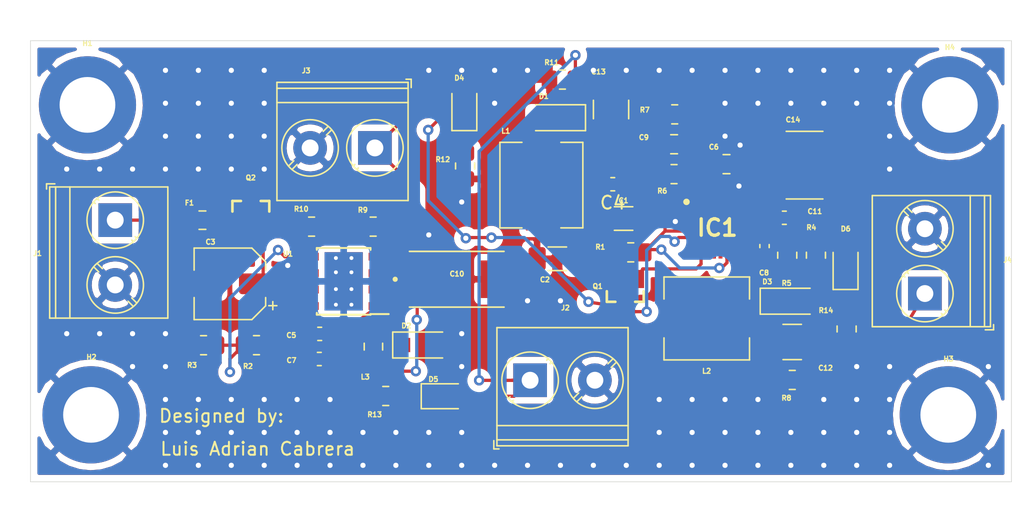
<source format=kicad_pcb>
(kicad_pcb (version 20171130) (host pcbnew "(5.1.12)-1")
  (layers (0 F.Cu signal) (31 B.Cu signal) (34 B.Paste user) (35 F.Paste user) (36 B.SilkS user) (37 F.SilkS user) (38 B.Mask user) (39 F.Mask user) (44 Edge.Cuts user))
  (net 0 "")
  (net 1 +5V)
  (net 2 GND)
  (net 3 "Net-(C2-Pad1)")
  (net 4 "Net-(C3-Pad1)")
  (net 5 "Net-(C4-Pad1)")
  (net 6 "Net-(C5-Pad2)")
  (net 7 "Net-(C5-Pad1)")
  (net 8 "Net-(C6-Pad1)")
  (net 9 "Net-(C8-Pad1)")
  (net 10 -12V)
  (net 11 +12V)
  (net 12 "Net-(C9-Pad2)")
  (net 13 "Net-(C11-Pad1)")
  (net 14 "Net-(C14-Pad1)")
  (net 15 "Net-(D1-Pad2)")
  (net 16 "Net-(D3-Pad1)")
  (net 17 "Net-(D4-Pad1)")
  (net 18 "Net-(D5-Pad1)")
  (net 19 "Net-(D6-Pad1)")
  (net 20 "Net-(F1-Pad1)")
  (net 21 VCC)
  (net 22 "Net-(IC1-Pad7)")
  (net 23 "Net-(R2-Pad2)")
  (net 24 FB)
  (net 25 "Net-(U1-Pad2)")
  (net 26 "Net-(U1-Pad3)")
  (net 27 "Net-(IC1-Pad12)")
  (net 28 "Net-(IC1-Pad20)")
  (module TerminalBlock_Phoenix:TerminalBlock_Phoenix_PT-1,5-2-5.0-H_1x02_P5.00mm_Horizontal (layer F.Cu) (at 147.51812 107.7341)
    (fp_text reference J2 (at 2.72288 -5.588) (layer F.SilkS) (effects (font (size 0.381 0.381) (thickness 0.09525))))
    (fp_text value Screw_Terminal_01x02)
    (pad 2 thru_hole circle (at 5 0) (size 2.6 2.6) (drill 1.3) (layers *.Cu *.Mask) (net 2 GND))
    (pad 1 thru_hole rect (at 0 0) (size 2.6 2.6) (drill 1.3) (layers *.Cu *.Mask) (net 11 +12V))
  )
  (module Capacitor_SMD:C_0402_1005Metric_Pad0.74x0.62mm_HandSolder (layer F.Cu) (at 165.608 97.38106 270)
    (fp_text reference C8 (at 2.06248 0.0381 180) (layer F.SilkS) (effects (font (size 0.381 0.381) (thickness 0.09525))))
    (fp_text value 8.2pF)
    (pad 1 smd roundrect (at -0.5675 0 270) (size 0.735 0.62) (layers F.Cu F.Paste F.Mask) (net 9 "Net-(C8-Pad1)"))
    (pad 2 smd roundrect (at 0.5675 0 270) (size 0.735 0.62) (layers F.Cu F.Paste F.Mask) (net 10 -12V))
  )
  (module Footprint_fuente:CAP_10TPB220M (layer F.Cu) (at 141.85646 99.94138)
    (fp_text reference C10 (at 0.01524 -0.41656) (layer F.SilkS) (effects (font (size 0.381 0.381) (thickness 0.09525))))
    (fp_text value 220u)
    (pad 2 smd rect (at 3.05 0) (size 2.4 2.9) (layers F.Cu F.Paste F.Mask) (net 2 GND))
    (pad 1 smd rect (at -3.05 0) (size 2.4 2.9) (layers F.Cu F.Paste F.Mask) (net 1 +5V))
  )
  (module Capacitor_SMD:C_1206_3216Metric_Pad1.33x1.80mm_HandSolder (layer F.Cu) (at 154.73172 95.25508)
    (fp_text reference C1 (at -0.00508 -1.38684) (layer F.SilkS) (effects (font (size 0.381 0.381) (thickness 0.09525))))
    (fp_text value 10uF)
    (pad 2 smd roundrect (at 1.5625 0) (size 1.325 1.8) (layers F.Cu F.Paste F.Mask) (roundrect_rratio 0.1886784905660377) (net 2 GND))
    (pad 1 smd roundrect (at -1.5625 0) (size 1.325 1.8) (layers F.Cu F.Paste F.Mask) (roundrect_rratio 0.1886784905660377) (net 1 +5V))
  )
  (module Capacitor_SMD:C_1206_3216Metric_Pad1.33x1.80mm_HandSolder (layer F.Cu) (at 149.62084 98.3615 180)
    (fp_text reference C2 (at 0.95972 -1.61036) (layer F.SilkS) (effects (font (size 0.381 0.381) (thickness 0.09525))))
    (fp_text value 10uF)
    (pad 1 smd roundrect (at -1.5625 0 180) (size 1.325 1.8) (layers F.Cu F.Paste F.Mask) (roundrect_rratio 0.1886784905660377) (net 3 "Net-(C2-Pad1)"))
    (pad 2 smd roundrect (at 1.5625 0 180) (size 1.325 1.8) (layers F.Cu F.Paste F.Mask) (roundrect_rratio 0.1886784905660377) (net 2 GND))
  )
  (module Capacitor_SMD:CP_Elec_5x5.9 (layer F.Cu) (at 124.35078 100.29444 180)
    (fp_text reference C3 (at 1.49606 3.23088) (layer F.SilkS) (effects (font (size 0.381 0.381) (thickness 0.09525))))
    (fp_text value 10u)
    (pad 2 smd roundrect (at 2.2 0 180) (size 3 1.6) (layers F.Cu F.Paste F.Mask) (roundrect_rratio 0.15625) (net 2 GND))
    (pad 1 smd roundrect (at -2.2 0 180) (size 3 1.6) (layers F.Cu F.Paste F.Mask) (roundrect_rratio 0.15625) (net 4 "Net-(C3-Pad1)"))
  )
  (module Capacitor_SMD:C_0603_1608Metric_Pad1.08x0.95mm_HandSolder (layer F.Cu) (at 131.28244 104.15778)
    (fp_text reference C5 (at -2.18948 0.10668) (layer F.SilkS) (effects (font (size 0.381 0.381) (thickness 0.09525))))
    (fp_text value 10n)
    (pad 1 smd roundrect (at -0.8625 0) (size 1.075 0.95) (layers F.Cu F.Paste F.Mask) (net 7 "Net-(C5-Pad1)"))
    (pad 2 smd roundrect (at 0.8625 0) (size 1.075 0.95) (layers F.Cu F.Paste F.Mask) (net 6 "Net-(C5-Pad2)"))
  )
  (module Capacitor_SMD:C_0603_1608Metric_Pad1.08x0.95mm_HandSolder (layer F.Cu) (at 131.25196 106.0958 180)
    (fp_text reference C7 (at 2.1463 -0.1016) (layer F.SilkS) (effects (font (size 0.381 0.381) (thickness 0.09525))))
    (fp_text value 10u)
    (pad 2 smd roundrect (at 0.8625 0 180) (size 1.075 0.95) (layers F.Cu F.Paste F.Mask) (net 2 GND))
    (pad 1 smd roundrect (at -0.8625 0 180) (size 1.075 0.95) (layers F.Cu F.Paste F.Mask) (net 1 +5V))
  )
  (module Capacitor_SMD:C_0805_2012Metric_Pad1.18x1.45mm_HandSolder (layer F.Cu) (at 158.62944 89.5223)
    (fp_text reference C9 (at -2.33426 -0.52578) (layer F.SilkS) (effects (font (size 0.381 0.381) (thickness 0.09525))))
    (fp_text value 6.8pF)
    (pad 2 smd roundrect (at 1.0375 0) (size 1.175 1.45) (layers F.Cu F.Paste F.Mask) (roundrect_rratio 0.2127659574468085) (net 12 "Net-(C9-Pad2)"))
    (pad 1 smd roundrect (at -1.0375 0) (size 1.175 1.45) (layers F.Cu F.Paste F.Mask) (roundrect_rratio 0.2127659574468085) (net 11 +12V))
  )
  (module Capacitor_SMD:C_0603_1608Metric_Pad1.08x0.95mm_HandSolder (layer F.Cu) (at 167.13708 95.19666)
    (fp_text reference C11 (at 2.35458 -0.49022 180) (layer F.SilkS) (effects (font (size 0.381 0.381) (thickness 0.09525))))
    (fp_text value 220n)
    (pad 1 smd roundrect (at -0.8625 0) (size 1.075 0.95) (layers F.Cu F.Paste F.Mask) (net 13 "Net-(C11-Pad1)"))
    (pad 2 smd roundrect (at 0.8625 0) (size 1.075 0.95) (layers F.Cu F.Paste F.Mask) (net 2 GND))
  )
  (module Capacitor_SMD:C_1210_3225Metric_Pad1.33x2.70mm_HandSolder (layer F.Cu) (at 167.74414 104.78262 180)
    (fp_text reference C12 (at -2.57556 -2.0066 180) (layer F.SilkS) (effects (font (size 0.381 0.381) (thickness 0.09525))))
    (fp_text value 22uF)
    (pad 2 smd roundrect (at 1.5625 0 180) (size 1.325 2.7) (layers F.Cu F.Paste F.Mask) (roundrect_rratio 0.1886784905660377) (net 2 GND))
    (pad 1 smd roundrect (at -1.5625 0 180) (size 1.325 2.7) (layers F.Cu F.Paste F.Mask) (roundrect_rratio 0.1886784905660377) (net 10 -12V))
  )
  (module Capacitor_SMD:C_1210_3225Metric_Pad1.33x2.70mm_HandSolder (layer F.Cu) (at 153.76398 86.8426 90)
    (fp_text reference C13 (at 2.91338 -0.97028 180) (layer F.SilkS) (effects (font (size 0.381 0.381) (thickness 0.09525))))
    (fp_text value 22uF)
    (pad 1 smd roundrect (at -1.5625 0 90) (size 1.325 2.7) (layers F.Cu F.Paste F.Mask) (roundrect_rratio 0.1886784905660377) (net 11 +12V))
    (pad 2 smd roundrect (at 1.5625 0 90) (size 1.325 2.7) (layers F.Cu F.Paste F.Mask) (roundrect_rratio 0.1886784905660377) (net 2 GND))
  )
  (module Capacitor_SMD:C_2220_5650Metric_Pad1.97x5.40mm_HandSolder (layer F.Cu) (at 168.69664 91.13774)
    (fp_text reference C14 (at -0.89154 -3.50774) (layer F.SilkS) (effects (font (size 0.381 0.381) (thickness 0.09525))))
    (fp_text value 4.7n)
    (pad 2 smd roundrect (at 2.6375 0) (size 1.975 5.4) (layers F.Cu F.Paste F.Mask) (roundrect_rratio 0.1265812658227848) (net 2 GND))
    (pad 1 smd roundrect (at -2.6375 0) (size 1.975 5.4) (layers F.Cu F.Paste F.Mask) (roundrect_rratio 0.1265812658227848) (net 14 "Net-(C14-Pad1)"))
  )
  (module Diode_SMD:D_SOD-123F (layer F.Cu) (at 149.5933 87.47506 180)
    (fp_text reference D1 (at 1.01854 1.651) (layer F.SilkS) (effects (font (size 0.381 0.381) (thickness 0.09525))))
    (fp_text value B5819W)
    (pad 2 smd rect (at 1.4 0 180) (size 1.1 1.1) (layers F.Cu F.Paste F.Mask) (net 15 "Net-(D1-Pad2)"))
    (pad 1 smd rect (at -1.4 0 180) (size 1.1 1.1) (layers F.Cu F.Paste F.Mask) (net 11 +12V))
  )
  (module Diode_SMD:D_SOD-123F (layer F.Cu) (at 139.1158 105.0163)
    (fp_text reference D2 (at -1.14808 -1.4859) (layer F.SilkS) (effects (font (size 0.381 0.381) (thickness 0.09525))))
    (fp_text value 85819W)
    (pad 2 smd rect (at 1.4 0) (size 1.1 1.1) (layers F.Cu F.Paste F.Mask) (net 2 GND))
    (pad 1 smd rect (at -1.4 0) (size 1.1 1.1) (layers F.Cu F.Paste F.Mask) (net 7 "Net-(C5-Pad1)"))
  )
  (module Diode_SMD:D_SOD-123F (layer F.Cu) (at 167.4749 101.63556)
    (fp_text reference D3 (at -1.65608 -1.50622) (layer F.SilkS) (effects (font (size 0.381 0.381) (thickness 0.09525))))
    (fp_text value B5819W)
    (pad 1 smd rect (at -1.4 0) (size 1.1 1.1) (layers F.Cu F.Paste F.Mask) (net 16 "Net-(D3-Pad1)"))
    (pad 2 smd rect (at 1.4 0) (size 1.1 1.1) (layers F.Cu F.Paste F.Mask) (net 10 -12V))
  )
  (module LED_SMD:LED_0805_2012Metric_Pad1.15x1.40mm_HandSolder (layer F.Cu) (at 142.44574 86.61146 90)
    (fp_text reference D4 (at 2.20218 -0.3937 180) (layer F.SilkS) (effects (font (size 0.381 0.381) (thickness 0.09525))))
    (fp_text value RED)
    (pad 2 smd roundrect (at 1.025 0 90) (size 1.15 1.4) (layers F.Cu F.Paste F.Mask) (roundrect_rratio 0.2173904347826087) (net 1 +5V))
    (pad 1 smd roundrect (at -1.025 0 90) (size 1.15 1.4) (layers F.Cu F.Paste F.Mask) (roundrect_rratio 0.2173904347826087) (net 17 "Net-(D4-Pad1)"))
  )
  (module LED_SMD:LED_0805_2012Metric_Pad1.15x1.40mm_HandSolder (layer F.Cu) (at 140.97762 108.96854)
    (fp_text reference D5 (at -0.92202 -1.31064) (layer F.SilkS) (effects (font (size 0.381 0.381) (thickness 0.09525))))
    (fp_text value GREEN)
    (pad 2 smd roundrect (at 1.025 0) (size 1.15 1.4) (layers F.Cu F.Paste F.Mask) (roundrect_rratio 0.2173904347826087) (net 11 +12V))
    (pad 1 smd roundrect (at -1.025 0) (size 1.15 1.4) (layers F.Cu F.Paste F.Mask) (roundrect_rratio 0.2173904347826087) (net 18 "Net-(D5-Pad1)"))
  )
  (module LED_SMD:LED_0805_2012Metric_Pad1.15x1.40mm_HandSolder (layer F.Cu) (at 171.86148 98.87204 90)
    (fp_text reference D6 (at 2.82194 0.00762 180) (layer F.SilkS) (effects (font (size 0.381 0.381) (thickness 0.09525))))
    (fp_text value YELLOW)
    (pad 1 smd roundrect (at -1.025 0 90) (size 1.15 1.4) (layers F.Cu F.Paste F.Mask) (roundrect_rratio 0.2173904347826087) (net 19 "Net-(D6-Pad1)"))
    (pad 2 smd roundrect (at 1.025 0 90) (size 1.15 1.4) (layers F.Cu F.Paste F.Mask) (roundrect_rratio 0.2173904347826087) (net 2 GND))
  )
  (module Fuse:Fuse_0805_2012Metric_Pad1.15x1.40mm_HandSolder (layer F.Cu) (at 122.23242 95.38208 180)
    (fp_text reference F1 (at 1.00584 1.33604) (layer F.SilkS) (effects (font (size 0.381 0.381) (thickness 0.09525))))
    (fp_text value 500mA)
    (pad 2 smd roundrect (at 1.025 0 180) (size 1.15 1.4) (layers F.Cu F.Paste F.Mask) (roundrect_rratio 0.2173904347826087) (net 21 VCC))
    (pad 1 smd roundrect (at -1.025 0 180) (size 1.15 1.4) (layers F.Cu F.Paste F.Mask) (roundrect_rratio 0.2173904347826087) (net 20 "Net-(F1-Pad1)"))
  )
  (module MountingHole:MountingHole_4.3mm_M4_DIN965_Pad (layer F.Cu) (at 113.3602 86.485141)
    (fp_text reference H1 (at 0 -4.75) (layer F.SilkS) (effects (font (size 0.381 0.381) (thickness 0.09525))))
    (fp_text value MountingHole_Pad)
    (pad 1 thru_hole circle (at 0 0) (size 7.5 7.5) (drill 4.3) (layers *.Cu *.Mask) (net 2 GND))
  )
  (module MountingHole:MountingHole_4.3mm_M4_DIN965_Pad (layer F.Cu) (at 113.635201 110.40364)
    (fp_text reference H2 (at 0.03302 -4.45516) (layer F.SilkS) (effects (font (size 0.381 0.381) (thickness 0.09525))))
    (fp_text value MountingHole_Pad)
    (pad 1 thru_hole circle (at 0 0) (size 7.5 7.5) (drill 4.3) (layers *.Cu *.Mask) (net 2 GND))
  )
  (module MountingHole:MountingHole_4.3mm_M4_DIN965_Pad (layer F.Cu) (at 179.788139 110.40364)
    (fp_text reference H3 (at 0.017099 -4.318) (layer F.SilkS) (effects (font (size 0.381 0.381) (thickness 0.09525))))
    (fp_text value MountingHole_Pad)
    (pad 1 thru_hole circle (at 0 0) (size 7.5 7.5) (drill 4.3) (layers *.Cu *.Mask) (net 2 GND))
  )
  (module MountingHole:MountingHole_4.3mm_M4_DIN965_Pad (layer F.Cu) (at 179.9082 86.485141)
    (fp_text reference H4 (at 0 -4.443141) (layer F.SilkS) (effects (font (size 0.381 0.381) (thickness 0.09525))))
    (fp_text value MountingHole_Pad)
    (pad 1 thru_hole circle (at 0 0) (size 7.5 7.5) (drill 4.3) (layers *.Cu *.Mask) (net 2 GND))
  )
  (module TerminalBlock_Phoenix:TerminalBlock_Phoenix_PT-1,5-2-5.0-H_1x02_P5.00mm_Horizontal (layer F.Cu) (at 115.50396 95.37954 270)
    (fp_text reference J1 (at 2.5654 5.9944 180) (layer F.SilkS) (effects (font (size 0.381 0.381) (thickness 0.09525))))
    (fp_text value Screw_Terminal_01x02)
    (pad 1 thru_hole rect (at 0 0 270) (size 2.6 2.6) (drill 1.3) (layers *.Cu *.Mask) (net 21 VCC))
    (pad 2 thru_hole circle (at 5 0 270) (size 2.6 2.6) (drill 1.3) (layers *.Cu *.Mask) (net 2 GND))
  )
  (module TerminalBlock_Phoenix:TerminalBlock_Phoenix_PT-1,5-2-5.0-H_1x02_P5.00mm_Horizontal (layer F.Cu) (at 135.54202 89.80678 180)
    (fp_text reference J3 (at 5.30606 5.95884) (layer F.SilkS) (effects (font (size 0.381 0.381) (thickness 0.09525))))
    (fp_text value Screw_Terminal_01x02)
    (pad 1 thru_hole rect (at 0 0 180) (size 2.6 2.6) (drill 1.3) (layers *.Cu *.Mask) (net 1 +5V))
    (pad 2 thru_hole circle (at 5 0 180) (size 2.6 2.6) (drill 1.3) (layers *.Cu *.Mask) (net 2 GND))
  )
  (module TerminalBlock_Phoenix:TerminalBlock_Phoenix_PT-1,5-2-5.0-H_1x02_P5.00mm_Horizontal (layer F.Cu) (at 177.98288 101.04374 90)
    (fp_text reference J4 (at 2.59334 6.38556 180) (layer F.SilkS) (effects (font (size 0.381 0.381) (thickness 0.09525))))
    (fp_text value Screw_Terminal_01x02)
    (pad 1 thru_hole rect (at 0 0 90) (size 2.6 2.6) (drill 1.3) (layers *.Cu *.Mask) (net 10 -12V))
    (pad 2 thru_hole circle (at 5 0 90) (size 2.6 2.6) (drill 1.3) (layers *.Cu *.Mask) (net 2 GND))
  )
  (module Inductor_SMD:L_6.3x6.3_H3 (layer F.Cu) (at 148.38934 92.67698 90)
    (fp_text reference L1 (at 4.17576 -2.74828 180) (layer F.SilkS) (effects (font (size 0.381 0.381) (thickness 0.09525))))
    (fp_text value 10uF)
    (pad 1 smd rect (at -2.75 0 90) (size 1.5 2.4) (layers F.Cu F.Paste F.Mask) (net 3 "Net-(C2-Pad1)"))
    (pad 2 smd rect (at 2.75 0 90) (size 1.5 2.4) (layers F.Cu F.Paste F.Mask) (net 15 "Net-(D1-Pad2)"))
  )
  (module Inductor_SMD:L_6.3x6.3_H3 (layer F.Cu) (at 161.1503 102.96652)
    (fp_text reference L2 (at -0.01016 4.05892) (layer F.SilkS) (effects (font (size 0.381 0.381) (thickness 0.09525))))
    (fp_text value 10uF)
    (pad 2 smd rect (at 2.75 0) (size 1.5 2.4) (layers F.Cu F.Paste F.Mask) (net 16 "Net-(D3-Pad1)"))
    (pad 1 smd rect (at -2.75 0) (size 1.5 2.4) (layers F.Cu F.Paste F.Mask) (net 2 GND))
  )
  (module Inductor_SMD:L_0805_2012Metric_Pad1.15x1.40mm_HandSolder (layer F.Cu) (at 135.42772 105.1396 270)
    (fp_text reference L3 (at 2.33796 0.63246 180) (layer F.SilkS) (effects (font (size 0.381 0.381) (thickness 0.09525))))
    (fp_text value +47u)
    (pad 2 smd roundrect (at 1.025 0 270) (size 1.15 1.4) (layers F.Cu F.Paste F.Mask) (roundrect_rratio 0.2173904347826087) (net 1 +5V))
    (pad 1 smd roundrect (at -1.025 0 270) (size 1.15 1.4) (layers F.Cu F.Paste F.Mask) (roundrect_rratio 0.2173904347826087) (net 7 "Net-(C5-Pad1)"))
  )
  (module Footprint_fuente:SOT23 (layer F.Cu) (at 154.86126 101.02088 180)
    (fp_text reference Q1 (at 2.12852 0.53594) (layer F.SilkS) (effects (font (size 0.381 0.381) (thickness 0.09525))))
    (fp_text value Q_PMOS_GSD)
    (pad 3 smd rect (at 0 -1.1 180) (size 1 1.4) (layers F.Cu F.Paste F.Mask) (net 1 +5V))
    (pad 2 smd rect (at 0.95 1.1 180) (size 1 1.4) (layers F.Cu F.Paste F.Mask) (net 3 "Net-(C2-Pad1)"))
    (pad 1 smd rect (at -0.95 1.1 180) (size 1 1.4) (layers F.Cu F.Paste F.Mask) (net 22 "Net-(IC1-Pad7)"))
  )
  (module Footprint_fuente:SOT23 (layer F.Cu) (at 125.96876 94.56166)
    (fp_text reference Q2 (at -0.00762 -2.45364) (layer F.SilkS) (effects (font (size 0.381 0.381) (thickness 0.09525))))
    (fp_text value Q_PMOS_GSD)
    (pad 1 smd rect (at -0.95 1.1) (size 1 1.4) (layers F.Cu F.Paste F.Mask) (net 2 GND))
    (pad 2 smd rect (at 0.95 1.1) (size 1 1.4) (layers F.Cu F.Paste F.Mask) (net 4 "Net-(C3-Pad1)"))
    (pad 3 smd rect (at 0 -1.1) (size 1 1.4) (layers F.Cu F.Paste F.Mask) (net 20 "Net-(F1-Pad1)"))
  )
  (module Resistor_SMD:R_0805_2012Metric_Pad1.20x1.40mm_HandSolder (layer F.Cu) (at 155.28544 97.8662)
    (fp_text reference R1 (at -2.34696 -0.41402) (layer F.SilkS) (effects (font (size 0.381 0.381) (thickness 0.09525))))
    (fp_text value 100)
    (pad 2 smd roundrect (at 1 0) (size 1.2 1.4) (layers F.Cu F.Paste F.Mask) (roundrect_rratio 0.2083325) (net 5 "Net-(C4-Pad1)"))
    (pad 1 smd roundrect (at -1 0) (size 1.2 1.4) (layers F.Cu F.Paste F.Mask) (roundrect_rratio 0.2083325) (net 1 +5V))
  )
  (module Resistor_SMD:R_0805_2012Metric_Pad1.20x1.40mm_HandSolder (layer F.Cu) (at 126.4031 105.029 180)
    (fp_text reference R2 (at 0.65532 -1.6256) (layer F.SilkS) (effects (font (size 0.381 0.381) (thickness 0.09525))))
    (fp_text value 100k)
    (pad 2 smd roundrect (at 1 0 180) (size 1.2 1.4) (layers F.Cu F.Paste F.Mask) (roundrect_rratio 0.2083325) (net 23 "Net-(R2-Pad2)"))
    (pad 1 smd roundrect (at -1 0 180) (size 1.2 1.4) (layers F.Cu F.Paste F.Mask) (roundrect_rratio 0.2083325) (net 4 "Net-(C3-Pad1)"))
  )
  (module Resistor_SMD:R_0805_2012Metric_Pad1.20x1.40mm_HandSolder (layer F.Cu) (at 122.31878 105.03154 180)
    (fp_text reference R3 (at 0.88646 -1.54178) (layer F.SilkS) (effects (font (size 0.381 0.381) (thickness 0.09525))))
    (fp_text value 100k)
    (pad 1 smd roundrect (at -1 0 180) (size 1.2 1.4) (layers F.Cu F.Paste F.Mask) (roundrect_rratio 0.2083325) (net 23 "Net-(R2-Pad2)"))
    (pad 2 smd roundrect (at 1 0 180) (size 1.2 1.4) (layers F.Cu F.Paste F.Mask) (roundrect_rratio 0.2083325) (net 2 GND))
  )
  (module Resistor_SMD:R_0805_2012Metric_Pad1.20x1.40mm_HandSolder (layer F.Cu) (at 169.57548 98.08464 270)
    (fp_text reference R4 (at -2.13614 0.35306 180) (layer F.SilkS) (effects (font (size 0.381 0.381) (thickness 0.09525))))
    (fp_text value 100k)
    (pad 1 smd roundrect (at -1 0 270) (size 1.2 1.4) (layers F.Cu F.Paste F.Mask) (roundrect_rratio 0.2083325) (net 13 "Net-(C11-Pad1)"))
    (pad 2 smd roundrect (at 1 0 270) (size 1.2 1.4) (layers F.Cu F.Paste F.Mask) (roundrect_rratio 0.2083325) (net 9 "Net-(C8-Pad1)"))
  )
  (module Resistor_SMD:R_0805_2012Metric_Pad1.20x1.40mm_HandSolder (layer F.Cu) (at 167.3606 98.08718 270)
    (fp_text reference R5 (at 2.15646 0.04826 180) (layer F.SilkS) (effects (font (size 0.381 0.381) (thickness 0.09525))))
    (fp_text value 1M)
    (pad 2 smd roundrect (at 1 0 270) (size 1.2 1.4) (layers F.Cu F.Paste F.Mask) (roundrect_rratio 0.2083325) (net 10 -12V))
    (pad 1 smd roundrect (at -1 0 270) (size 1.2 1.4) (layers F.Cu F.Paste F.Mask) (roundrect_rratio 0.2083325) (net 9 "Net-(C8-Pad1)"))
  )
  (module Resistor_SMD:R_0805_2012Metric_Pad1.20x1.40mm_HandSolder (layer F.Cu) (at 158.6263 91.82862)
    (fp_text reference R6 (at -0.91008 1.29794) (layer F.SilkS) (effects (font (size 0.381 0.381) (thickness 0.09525))))
    (fp_text value 1M)
    (pad 2 smd roundrect (at 1 0) (size 1.2 1.4) (layers F.Cu F.Paste F.Mask) (roundrect_rratio 0.2083325) (net 12 "Net-(C9-Pad2)"))
    (pad 1 smd roundrect (at -1 0) (size 1.2 1.4) (layers F.Cu F.Paste F.Mask) (roundrect_rratio 0.2083325) (net 11 +12V))
  )
  (module Resistor_SMD:R_0805_2012Metric_Pad1.20x1.40mm_HandSolder (layer F.Cu) (at 158.67634 87.21598 180)
    (fp_text reference R7 (at 2.3114 0.34036) (layer F.SilkS) (effects (font (size 0.381 0.381) (thickness 0.09525))))
    (fp_text value 110k)
    (pad 1 smd roundrect (at -1 0 180) (size 1.2 1.4) (layers F.Cu F.Paste F.Mask) (roundrect_rratio 0.2083325) (net 12 "Net-(C9-Pad2)"))
    (pad 2 smd roundrect (at 1 0 180) (size 1.2 1.4) (layers F.Cu F.Paste F.Mask) (roundrect_rratio 0.2083325) (net 2 GND))
  )
  (module Resistor_SMD:R_0805_2012Metric_Pad1.20x1.40mm_HandSolder (layer F.Cu) (at 167.74922 107.71124 180)
    (fp_text reference R8 (at 0.44958 -1.397) (layer F.SilkS) (effects (font (size 0.381 0.381) (thickness 0.09525))))
    (fp_text value 12k)
    (pad 2 smd roundrect (at 1 0 180) (size 1.2 1.4) (layers F.Cu F.Paste F.Mask) (roundrect_rratio 0.2083325) (net 2 GND))
    (pad 1 smd roundrect (at -1 0 180) (size 1.2 1.4) (layers F.Cu F.Paste F.Mask) (roundrect_rratio 0.2083325) (net 10 -12V))
  )
  (module Resistor_SMD:R_0805_2012Metric_Pad1.20x1.40mm_HandSolder (layer F.Cu) (at 135.406739 95.879879 180)
    (fp_text reference R9 (at 0.799439 1.280119) (layer F.SilkS) (effects (font (size 0.381 0.381) (thickness 0.09525))))
    (fp_text value 10k)
    (pad 2 smd roundrect (at 1 0 180) (size 1.2 1.4) (layers F.Cu F.Paste F.Mask) (roundrect_rratio 0.2083325) (net 24 FB))
    (pad 1 smd roundrect (at -1 0 180) (size 1.2 1.4) (layers F.Cu F.Paste F.Mask) (roundrect_rratio 0.2083325) (net 1 +5V))
  )
  (module Resistor_SMD:R_0805_2012Metric_Pad1.20x1.40mm_HandSolder (layer F.Cu) (at 130.656739 95.879879 180)
    (fp_text reference R10 (at 0.799239 1.358859) (layer F.SilkS) (effects (font (size 0.381 0.381) (thickness 0.09525))))
    (fp_text value 3.3k)
    (pad 1 smd roundrect (at -1 0 180) (size 1.2 1.4) (layers F.Cu F.Paste F.Mask) (roundrect_rratio 0.2083325) (net 24 FB))
    (pad 2 smd roundrect (at 1 0 180) (size 1.2 1.4) (layers F.Cu F.Paste F.Mask) (roundrect_rratio 0.2083325) (net 2 GND))
  )
  (module Resistor_SMD:R_0805_2012Metric_Pad1.20x1.40mm_HandSolder (layer F.Cu) (at 150.0124 84.53374 180)
    (fp_text reference R11 (at 0.83058 1.31826 180) (layer F.SilkS) (effects (font (size 0.381 0.381) (thickness 0.09525))))
    (fp_text value 12k)
    (pad 1 smd roundrect (at -1 0 180) (size 1.2 1.4) (layers F.Cu F.Paste F.Mask) (roundrect_rratio 0.2083325) (net 11 +12V))
    (pad 2 smd roundrect (at 1 0 180) (size 1.2 1.4) (layers F.Cu F.Paste F.Mask) (roundrect_rratio 0.2083325) (net 2 GND))
  )
  (module Resistor_SMD:R_0805_2012Metric_Pad1.20x1.40mm_HandSolder (layer F.Cu) (at 142.50162 91.19946 270)
    (fp_text reference R12 (at -0.50114 1.71958 180) (layer F.SilkS) (effects (font (size 0.381 0.381) (thickness 0.09525))))
    (fp_text value 1.5k)
    (pad 2 smd roundrect (at 1 0 270) (size 1.2 1.4) (layers F.Cu F.Paste F.Mask) (roundrect_rratio 0.2083325) (net 2 GND))
    (pad 1 smd roundrect (at -1 0 270) (size 1.2 1.4) (layers F.Cu F.Paste F.Mask) (roundrect_rratio 0.2083325) (net 17 "Net-(D4-Pad1)"))
  )
  (module Resistor_SMD:R_0805_2012Metric_Pad1.20x1.40mm_HandSolder (layer F.Cu) (at 136.37768 108.95076 180)
    (fp_text reference R13 (at 0.85344 -1.43256) (layer F.SilkS) (effects (font (size 0.381 0.381) (thickness 0.09525))))
    (fp_text value 4.3k)
    (pad 1 smd roundrect (at -1 0 180) (size 1.2 1.4) (layers F.Cu F.Paste F.Mask) (roundrect_rratio 0.2083325) (net 18 "Net-(D5-Pad1)"))
    (pad 2 smd roundrect (at 1 0 180) (size 1.2 1.4) (layers F.Cu F.Paste F.Mask) (roundrect_rratio 0.2083325) (net 2 GND))
  )
  (module Resistor_SMD:R_0805_2012Metric_Pad1.20x1.40mm_HandSolder (layer F.Cu) (at 171.94276 103.77678 270)
    (fp_text reference R14 (at -1.43002 1.59512 180) (layer F.SilkS) (effects (font (size 0.381 0.381) (thickness 0.09525))))
    (fp_text value 5.1k)
    (pad 1 smd roundrect (at -1 0 270) (size 1.2 1.4) (layers F.Cu F.Paste F.Mask) (roundrect_rratio 0.2083325) (net 19 "Net-(D6-Pad1)"))
    (pad 2 smd roundrect (at 1 0 270) (size 1.2 1.4) (layers F.Cu F.Paste F.Mask) (roundrect_rratio 0.2083325) (net 10 -12V))
  )
  (module Package_SO:TI_SO-PowerPAD-8_ThermalVias (layer F.Cu) (at 133.13156 100.10394 180)
    (fp_text reference U1 (at 4.30022 2.11582) (layer F.SilkS) (effects (font (size 0.381 0.381) (thickness 0.09525))))
    (fp_text value TPS5430DDA)
    (pad 9 thru_hole circle (at 0.6 1.8 180) (size 0.6 0.6) (drill 0.3) (layers *.Cu) (net 2 GND))
    (pad 9 thru_hole circle (at 0.6 0.7 180) (size 0.6 0.6) (drill 0.3) (layers *.Cu) (net 2 GND))
    (pad 9 thru_hole circle (at -0.6 0.7 180) (size 0.6 0.6) (drill 0.3) (layers *.Cu) (net 2 GND))
    (pad 9 thru_hole circle (at -0.6 1.8 180) (size 0.6 0.6) (drill 0.3) (layers *.Cu) (net 2 GND))
    (pad 9 thru_hole circle (at 0.6 -1.8 180) (size 0.6 0.6) (drill 0.3) (layers *.Cu) (net 2 GND))
    (pad 9 thru_hole circle (at 0.6 -0.6 180) (size 0.6 0.6) (drill 0.3) (layers *.Cu) (net 2 GND))
    (pad 9 thru_hole circle (at -0.6 -0.6 180) (size 0.6 0.6) (drill 0.3) (layers *.Cu) (net 2 GND))
    (pad 9 thru_hole circle (at -0.6 -1.8 180) (size 0.6 0.6) (drill 0.3) (layers *.Cu) (net 2 GND))
    (pad 9 smd rect (at 0 0 180) (size 2.95 4.5) (layers B.Cu) (net 2 GND))
    (pad 8 smd rect (at 2.7 -1.905 180) (size 1.55 0.6) (layers F.Cu F.Paste F.Mask) (net 7 "Net-(C5-Pad1)"))
    (pad 7 smd rect (at 2.7 -0.635 180) (size 1.55 0.6) (layers F.Cu F.Paste F.Mask) (net 4 "Net-(C3-Pad1)"))
    (pad 6 smd rect (at 2.7 0.635 180) (size 1.55 0.6) (layers F.Cu F.Paste F.Mask) (net 2 GND))
    (pad 5 smd rect (at 2.7 1.905 180) (size 1.55 0.6) (layers F.Cu F.Paste F.Mask) (net 23 "Net-(R2-Pad2)"))
    (pad 4 smd rect (at -2.7 1.905 180) (size 1.55 0.6) (layers F.Cu F.Paste F.Mask) (net 24 FB))
    (pad 3 smd rect (at -2.7 0.635 180) (size 1.55 0.6) (layers F.Cu F.Paste F.Mask) (net 26 "Net-(U1-Pad3)"))
    (pad 2 smd rect (at -2.7 -0.635 180) (size 1.55 0.6) (layers F.Cu F.Paste F.Mask) (net 25 "Net-(U1-Pad2)"))
    (pad 1 smd rect (at -2.7 -1.905 180) (size 1.55 0.6) (layers F.Cu F.Paste F.Mask) (net 6 "Net-(C5-Pad2)"))
    (pad 9 smd rect (at 0 0 180) (size 2.95 4.5) (layers F.Cu) (net 2 GND))
    (pad 9 smd rect (at 0 0 180) (size 2.6 3.1) (layers F.Cu F.Paste F.Mask) (net 2 GND))
  )
  (module Footprint_fuente:QFN50P400X400X100-25N-D (layer F.Cu) (at 161.96056 95.97136)
    (fp_text reference IC1 (at 0 0) (layer F.SilkS) (effects (font (size 1.27 1.27) (thickness 0.254))))
    (fp_text value TPS65131RGET hide)
    (pad 25 smd rect (at 0 0) (size 2.55 2.55) (layers F.Cu F.Paste F.Mask) (net 2 GND))
    (pad 24 smd rect (at -1.25 -1.95) (size 0.3 0.85) (layers F.Cu F.Paste F.Mask) (net 15 "Net-(D1-Pad2)"))
    (pad 23 smd rect (at -0.75 -1.95) (size 0.3 0.85) (layers F.Cu F.Paste F.Mask) (net 11 +12V))
    (pad 22 smd rect (at -0.25 -1.95) (size 0.3 0.85) (layers F.Cu F.Paste F.Mask) (net 12 "Net-(C9-Pad2)"))
    (pad 21 smd rect (at 0.25 -1.95) (size 0.3 0.85) (layers F.Cu F.Paste F.Mask) (net 8 "Net-(C6-Pad1)"))
    (pad 20 smd rect (at 0.75 -1.95) (size 0.3 0.85) (layers F.Cu F.Paste F.Mask) (net 28 "Net-(IC1-Pad20)"))
    (pad 19 smd rect (at 1.25 -1.95) (size 0.3 0.85) (layers F.Cu F.Paste F.Mask) (net 2 GND))
    (pad 18 smd rect (at 1.95 -1.25 90) (size 0.3 0.85) (layers F.Cu F.Paste F.Mask) (net 14 "Net-(C14-Pad1)"))
    (pad 17 smd rect (at 1.95 -0.75 90) (size 0.3 0.85) (layers F.Cu F.Paste F.Mask) (net 13 "Net-(C11-Pad1)"))
    (pad 16 smd rect (at 1.95 -0.25 90) (size 0.3 0.85) (layers F.Cu F.Paste F.Mask) (net 9 "Net-(C8-Pad1)"))
    (pad 15 smd rect (at 1.95 0.25 90) (size 0.3 0.85) (layers F.Cu F.Paste F.Mask) (net 10 -12V))
    (pad 14 smd rect (at 1.95 0.75 90) (size 0.3 0.85) (layers F.Cu F.Paste F.Mask) (net 16 "Net-(D3-Pad1)"))
    (pad 13 smd rect (at 1.95 1.25 90) (size 0.3 0.85) (layers F.Cu F.Paste F.Mask) (net 16 "Net-(D3-Pad1)"))
    (pad 12 smd rect (at 1.25 1.95) (size 0.3 0.85) (layers F.Cu F.Paste F.Mask) (net 27 "Net-(IC1-Pad12)"))
    (pad 11 smd rect (at 0.75 1.95) (size 0.3 0.85) (layers F.Cu F.Paste F.Mask) (net 5 "Net-(C4-Pad1)"))
    (pad 10 smd rect (at 0.25 1.95) (size 0.3 0.85) (layers F.Cu F.Paste F.Mask) (net 5 "Net-(C4-Pad1)"))
    (pad 9 smd rect (at -0.25 1.95) (size 0.3 0.85) (layers F.Cu F.Paste F.Mask) (net 5 "Net-(C4-Pad1)"))
    (pad 8 smd rect (at -0.75 1.95) (size 0.3 0.85) (layers F.Cu F.Paste F.Mask) (net 5 "Net-(C4-Pad1)"))
    (pad 7 smd rect (at -1.25 1.95) (size 0.3 0.85) (layers F.Cu F.Paste F.Mask) (net 22 "Net-(IC1-Pad7)"))
    (pad 6 smd rect (at -1.95 1.25 90) (size 0.3 0.85) (layers F.Cu F.Paste F.Mask) (net 1 +5V))
    (pad 5 smd rect (at -1.95 0.75 90) (size 0.3 0.85) (layers F.Cu F.Paste F.Mask) (net 1 +5V))
    (pad 4 smd rect (at -1.95 0.25 90) (size 0.3 0.85) (layers F.Cu F.Paste F.Mask) (net 5 "Net-(C4-Pad1)"))
    (pad 3 smd rect (at -1.95 -0.25 90) (size 0.3 0.85) (layers F.Cu F.Paste F.Mask) (net 2 GND))
    (pad 2 smd rect (at -1.95 -0.75 90) (size 0.3 0.85) (layers F.Cu F.Paste F.Mask) (net 2 GND))
    (pad 1 smd rect (at -1.95 -1.25 90) (size 0.3 0.85) (layers F.Cu F.Paste F.Mask) (net 15 "Net-(D1-Pad2)"))
  )
  (module Capacitor_SMD:C_0805_2012Metric_Pad1.18x1.45mm_HandSolder (layer F.Cu) (at 162.6743 91.059)
    (fp_text reference C6 (at -0.9779 -1.32334) (layer F.SilkS) (effects (font (size 0.381 0.381) (thickness 0.09525))))
    (fp_text value 10nF)
    (pad 2 smd roundrect (at 1.0375 0) (size 1.175 1.45) (layers F.Cu F.Paste F.Mask) (roundrect_rratio 0.2127659574468085) (net 2 GND))
    (pad 1 smd roundrect (at -1.0375 0) (size 1.175 1.45) (layers F.Cu F.Paste F.Mask) (roundrect_rratio 0.2127659574468085) (net 8 "Net-(C6-Pad1)"))
  )
  (module Capacitor_SMD:C_0603_1608Metric_Pad1.08x0.95mm_HandSolder (layer F.Cu) (at 153.89606 92.6084 180)
    (fp_text reference C4 (at 0 -1.43) (layer F.SilkS))
    (fp_text value 100nF)
    (pad 1 smd roundrect (at -0.8625 0 180) (size 1.075 0.95) (layers F.Cu F.Paste F.Mask) (net 5 "Net-(C4-Pad1)"))
    (pad 2 smd roundrect (at 0.8625 0 180) (size 1.075 0.95) (layers F.Cu F.Paste F.Mask) (net 2 GND))
  )
  (gr_text "Luis Adrian Cabrera" (at 126.492 113.03) (layer F.SilkS) (effects (font (size 1 1))))
  (gr_text "Designed by:" (at 123.698 110.49) (layer F.SilkS) (effects (font (size 1 1))))
  (gr_line (start 108.966 115.57) (end 184.658 115.57) (layer Edge.Cuts) (width 0.05))
  (gr_line (start 108.966 81.534) (end 108.966 115.57) (layer Edge.Cuts) (width 0.05))
  (gr_line (start 184.658 81.534) (end 108.966 81.534) (layer Edge.Cuts) (width 0.05))
  (gr_line (start 184.658 115.57) (end 184.658 81.534) (layer Edge.Cuts) (width 0.05))
  (segment (start 135.35892 106.0958) (end 135.42772 106.1646) (width 0.25) (layer F.Cu) (net 1))
  (segment (start 132.11446 106.0958) (end 135.35892 106.0958) (width 0.25) (layer F.Cu) (net 1))
  (segment (start 138.80646 98.2796) (end 138.80646 99.94138) (width 0.25) (layer F.Cu) (net 1))
  (segment (start 136.406739 95.879879) (end 138.80646 98.2796) (width 0.25) (layer F.Cu) (net 1))
  (segment (start 153.16922 96.74998) (end 154.28544 97.8662) (width 0.25) (layer F.Cu) (net 1))
  (segment (start 153.16922 95.25508) (end 153.16922 96.74998) (width 0.25) (layer F.Cu) (net 1))
  (via (at 158.66872 97.03816) (size 0.8) (drill 0.4) (layers F.Cu B.Cu) (net 1))
  (via (at 156.51226 102.44074) (size 0.8) (drill 0.4) (layers F.Cu B.Cu) (net 1))
  (segment (start 156.51226 97.710138) (end 156.51226 102.44074) (width 0.25) (layer B.Cu) (net 1))
  (segment (start 157.584237 96.638161) (end 156.51226 97.710138) (width 0.25) (layer B.Cu) (net 1))
  (via (at 152.02408 101.68128) (size 0.8) (drill 0.4) (layers F.Cu B.Cu) (net 1))
  (segment (start 147.066 96.7232) (end 144.53108 96.7232) (width 0.25) (layer B.Cu) (net 1))
  (via (at 144.53108 96.7232) (size 0.8) (drill 0.4) (layers F.Cu B.Cu) (net 1))
  (segment (start 152.02408 101.68128) (end 147.066 96.7232) (width 0.25) (layer B.Cu) (net 1))
  (via (at 142.5575 96.774) (size 0.8) (drill 0.4) (layers F.Cu B.Cu) (net 1))
  (segment (start 142.6083 96.7232) (end 142.5575 96.774) (width 0.25) (layer F.Cu) (net 1))
  (segment (start 144.53108 96.7232) (end 142.6083 96.7232) (width 0.25) (layer F.Cu) (net 1))
  (via (at 139.65428 88.41994) (size 0.8) (drill 0.4) (layers F.Cu B.Cu) (net 1))
  (segment (start 139.65428 93.87078) (end 139.65428 88.41994) (width 0.25) (layer B.Cu) (net 1))
  (segment (start 142.5575 96.774) (end 139.65428 93.87078) (width 0.25) (layer B.Cu) (net 1))
  (segment (start 142.44574 85.62848) (end 142.44574 85.58646) (width 0.25) (layer F.Cu) (net 1))
  (segment (start 139.65428 88.41994) (end 142.44574 85.62848) (width 0.25) (layer F.Cu) (net 1))
  (segment (start 160.01056 96.72136) (end 158.98552 96.72136) (width 0.25) (layer F.Cu) (net 1))
  (segment (start 158.98552 96.72136) (end 158.66872 97.03816) (width 0.25) (layer F.Cu) (net 1))
  (segment (start 158.268721 96.638161) (end 157.584237 96.638161) (width 0.25) (layer B.Cu) (net 1))
  (segment (start 158.66872 97.03816) (end 158.268721 96.638161) (width 0.25) (layer B.Cu) (net 1))
  (segment (start 160.01056 96.72136) (end 160.01056 97.22136) (width 0.25) (layer F.Cu) (net 1))
  (segment (start 154.9019 98.48266) (end 154.28544 97.8662) (width 0.25) (layer F.Cu) (net 1))
  (segment (start 154.86126 102.12088) (end 154.9019 98.48266) (width 0.25) (layer F.Cu) (net 1))
  (segment (start 155.63832 102.44074) (end 154.86126 102.12088) (width 0.25) (layer F.Cu) (net 1))
  (segment (start 156.51226 102.44074) (end 155.63832 102.44074) (width 0.25) (layer F.Cu) (net 1))
  (segment (start 152.04712 101.70432) (end 152.02408 101.68128) (width 0.25) (layer F.Cu) (net 1))
  (segment (start 154.86126 102.12088) (end 152.04712 101.70432) (width 0.25) (layer F.Cu) (net 1))
  (segment (start 138.80646 93.07122) (end 135.54202 89.80678) (width 0.25) (layer F.Cu) (net 1))
  (segment (start 138.80646 99.94138) (end 138.80646 93.07122) (width 0.25) (layer F.Cu) (net 1))
  (segment (start 139.76234 85.58646) (end 135.54202 89.80678) (width 0.25) (layer F.Cu) (net 1))
  (segment (start 142.44574 85.58646) (end 139.76234 85.58646) (width 0.25) (layer F.Cu) (net 1))
  (via (at 138.77036 103.06812) (size 0.8) (drill 0.4) (layers F.Cu B.Cu) (net 1))
  (segment (start 138.80646 103.03202) (end 138.77036 103.06812) (width 0.25) (layer F.Cu) (net 1))
  (segment (start 138.80646 99.94138) (end 138.80646 103.03202) (width 0.25) (layer F.Cu) (net 1))
  (via (at 138.6967 107.0356) (size 0.8) (drill 0.4) (layers F.Cu B.Cu) (net 1))
  (segment (start 138.77036 106.96194) (end 138.6967 107.0356) (width 0.25) (layer B.Cu) (net 1))
  (segment (start 138.77036 103.06812) (end 138.77036 106.96194) (width 0.25) (layer B.Cu) (net 1))
  (segment (start 138.6967 107.0356) (end 136.3726 107.0356) (width 0.25) (layer F.Cu) (net 1))
  (segment (start 135.5016 106.1646) (end 135.42772 106.1646) (width 0.25) (layer F.Cu) (net 1))
  (segment (start 136.3726 107.0356) (end 135.5016 106.1646) (width 0.25) (layer F.Cu) (net 1))
  (via (at 163.72332 89.59088) (size 0.8) (drill 0.4) (layers F.Cu B.Cu) (net 2))
  (segment (start 163.7118 89.6024) (end 163.72332 89.59088) (width 0.25) (layer F.Cu) (net 2))
  (segment (start 163.7118 91.059) (end 163.7118 89.6024) (width 0.25) (layer F.Cu) (net 2))
  (via (at 163.63442 92.7481) (size 0.8) (drill 0.4) (layers F.Cu B.Cu) (net 2))
  (segment (start 163.21056 93.17196) (end 163.63442 92.7481) (width 0.25) (layer F.Cu) (net 2))
  (segment (start 163.21056 94.02136) (end 163.21056 93.17196) (width 0.25) (layer F.Cu) (net 2))
  (segment (start 163.137961 94.296119) (end 163.137961 94.793959) (width 0.25) (layer F.Cu) (net 2))
  (segment (start 163.137961 94.793959) (end 161.96056 95.97136) (width 0.25) (layer F.Cu) (net 2))
  (segment (start 163.21056 94.22352) (end 163.137961 94.296119) (width 0.25) (layer F.Cu) (net 2))
  (segment (start 163.21056 94.02136) (end 163.21056 94.22352) (width 0.25) (layer F.Cu) (net 2))
  (segment (start 161.71056 95.72136) (end 160.01056 95.72136) (width 0.25) (layer F.Cu) (net 2))
  (segment (start 161.96056 95.97136) (end 161.71056 95.72136) (width 0.25) (layer F.Cu) (net 2))
  (segment (start 160.01056 95.22136) (end 160.01056 95.72136) (width 0.25) (layer F.Cu) (net 2))
  (via (at 158.7246 95.48622) (size 0.8) (drill 0.4) (layers F.Cu B.Cu) (net 2))
  (segment (start 158.98946 95.22136) (end 158.7246 95.48622) (width 0.25) (layer F.Cu) (net 2))
  (segment (start 160.01056 95.22136) (end 158.98946 95.22136) (width 0.25) (layer F.Cu) (net 2))
  (segment (start 131.06656 100.10394) (end 130.43156 99.46894) (width 0.25) (layer F.Cu) (net 2))
  (segment (start 133.13156 100.10394) (end 131.06656 100.10394) (width 0.25) (layer F.Cu) (net 2))
  (via (at 128.8161 98.87634) (size 0.8) (drill 0.4) (layers F.Cu B.Cu) (net 2))
  (segment (start 129.4087 99.46894) (end 128.8161 98.87634) (width 0.25) (layer F.Cu) (net 2))
  (segment (start 130.43156 99.46894) (end 129.4087 99.46894) (width 0.25) (layer F.Cu) (net 2))
  (via (at 162.56 88.9) (size 0.8) (drill 0.4) (layers F.Cu B.Cu) (net 2))
  (via (at 162.56 86.36) (size 0.8) (drill 0.4) (layers F.Cu B.Cu) (net 2))
  (via (at 162.56 83.82) (size 0.8) (drill 0.4) (layers F.Cu B.Cu) (net 2))
  (via (at 165.1 83.82) (size 0.8) (drill 0.4) (layers F.Cu B.Cu) (net 2))
  (via (at 165.1 86.36) (size 0.8) (drill 0.4) (layers F.Cu B.Cu) (net 2))
  (via (at 167.64 86.36) (size 0.8) (drill 0.4) (layers F.Cu B.Cu) (net 2))
  (via (at 167.64 83.82) (size 0.8) (drill 0.4) (layers F.Cu B.Cu) (net 2))
  (via (at 170.18 83.82) (size 0.8) (drill 0.4) (layers F.Cu B.Cu) (net 2))
  (via (at 170.18 86.36) (size 0.8) (drill 0.4) (layers F.Cu B.Cu) (net 2))
  (via (at 172.72 86.36) (size 0.8) (drill 0.4) (layers F.Cu B.Cu) (net 2))
  (via (at 172.72 83.82) (size 0.8) (drill 0.4) (layers F.Cu B.Cu) (net 2))
  (via (at 175.26 83.82) (size 0.8) (drill 0.4) (layers F.Cu B.Cu) (net 2))
  (via (at 175.26 86.36) (size 0.8) (drill 0.4) (layers F.Cu B.Cu) (net 2))
  (via (at 175.26 88.9) (size 0.8) (drill 0.4) (layers F.Cu B.Cu) (net 2))
  (via (at 175.26 91.44) (size 0.8) (drill 0.4) (layers F.Cu B.Cu) (net 2))
  (via (at 175.26 106.68) (size 0.8) (drill 0.4) (layers F.Cu B.Cu) (net 2))
  (via (at 175.26 109.22) (size 0.8) (drill 0.4) (layers F.Cu B.Cu) (net 2))
  (via (at 175.26 111.76) (size 0.8) (drill 0.4) (layers F.Cu B.Cu) (net 2))
  (via (at 175.26 114.3) (size 0.8) (drill 0.4) (layers F.Cu B.Cu) (net 2))
  (via (at 172.72 106.68) (size 0.8) (drill 0.4) (layers F.Cu B.Cu) (net 2))
  (via (at 172.72 109.22) (size 0.8) (drill 0.4) (layers F.Cu B.Cu) (net 2))
  (via (at 172.72 111.76) (size 0.8) (drill 0.4) (layers F.Cu B.Cu) (net 2))
  (via (at 172.72 114.3) (size 0.8) (drill 0.4) (layers F.Cu B.Cu) (net 2))
  (via (at 170.18 114.3) (size 0.8) (drill 0.4) (layers F.Cu B.Cu) (net 2))
  (via (at 170.18 111.76) (size 0.8) (drill 0.4) (layers F.Cu B.Cu) (net 2))
  (via (at 170.18 109.22) (size 0.8) (drill 0.4) (layers F.Cu B.Cu) (net 2))
  (via (at 167.64 111.76) (size 0.8) (drill 0.4) (layers F.Cu B.Cu) (net 2))
  (via (at 167.64 114.3) (size 0.8) (drill 0.4) (layers F.Cu B.Cu) (net 2))
  (via (at 165.1 114.3) (size 0.8) (drill 0.4) (layers F.Cu B.Cu) (net 2))
  (via (at 165.1 111.76) (size 0.8) (drill 0.4) (layers F.Cu B.Cu) (net 2))
  (via (at 165.1 109.22) (size 0.8) (drill 0.4) (layers F.Cu B.Cu) (net 2))
  (via (at 162.56 109.22) (size 0.8) (drill 0.4) (layers F.Cu B.Cu) (net 2))
  (via (at 162.56 111.76) (size 0.8) (drill 0.4) (layers F.Cu B.Cu) (net 2))
  (via (at 162.56 114.3) (size 0.8) (drill 0.4) (layers F.Cu B.Cu) (net 2))
  (via (at 160.02 114.3) (size 0.8) (drill 0.4) (layers F.Cu B.Cu) (net 2))
  (via (at 160.02 111.76) (size 0.8) (drill 0.4) (layers F.Cu B.Cu) (net 2))
  (via (at 160.02 109.22) (size 0.8) (drill 0.4) (layers F.Cu B.Cu) (net 2))
  (via (at 157.48 109.22) (size 0.8) (drill 0.4) (layers F.Cu B.Cu) (net 2))
  (via (at 157.48 111.76) (size 0.8) (drill 0.4) (layers F.Cu B.Cu) (net 2))
  (via (at 157.48 114.3) (size 0.8) (drill 0.4) (layers F.Cu B.Cu) (net 2))
  (via (at 154.94 114.3) (size 0.8) (drill 0.4) (layers F.Cu B.Cu) (net 2))
  (via (at 152.4 114.3) (size 0.8) (drill 0.4) (layers F.Cu B.Cu) (net 2))
  (via (at 149.86 114.3) (size 0.8) (drill 0.4) (layers F.Cu B.Cu) (net 2))
  (via (at 147.32 114.3) (size 0.8) (drill 0.4) (layers F.Cu B.Cu) (net 2))
  (via (at 144.78 114.3) (size 0.8) (drill 0.4) (layers F.Cu B.Cu) (net 2))
  (via (at 182.88 114.3) (size 0.8) (drill 0.4) (layers F.Cu B.Cu) (net 2))
  (via (at 182.88 106.68) (size 0.8) (drill 0.4) (layers F.Cu B.Cu) (net 2))
  (via (at 160.02 83.82) (size 0.8) (drill 0.4) (layers F.Cu B.Cu) (net 2))
  (via (at 157.48 83.82) (size 0.8) (drill 0.4) (layers F.Cu B.Cu) (net 2))
  (via (at 147.32 83.82) (size 0.8) (drill 0.4) (layers F.Cu B.Cu) (net 2))
  (via (at 144.78 83.82) (size 0.8) (drill 0.4) (layers F.Cu B.Cu) (net 2))
  (via (at 144.78 86.36) (size 0.8) (drill 0.4) (layers F.Cu B.Cu) (net 2))
  (via (at 139.7 83.82) (size 0.8) (drill 0.4) (layers F.Cu B.Cu) (net 2))
  (via (at 142.24 83.82) (size 0.8) (drill 0.4) (layers F.Cu B.Cu) (net 2))
  (via (at 139.7 96.52) (size 0.8) (drill 0.4) (layers F.Cu B.Cu) (net 2))
  (via (at 127 83.82) (size 0.8) (drill 0.4) (layers F.Cu B.Cu) (net 2))
  (via (at 127 86.36) (size 0.8) (drill 0.4) (layers F.Cu B.Cu) (net 2))
  (via (at 127 88.9) (size 0.8) (drill 0.4) (layers F.Cu B.Cu) (net 2))
  (via (at 124.46 88.9) (size 0.8) (drill 0.4) (layers F.Cu B.Cu) (net 2))
  (via (at 124.46 86.36) (size 0.8) (drill 0.4) (layers F.Cu B.Cu) (net 2))
  (via (at 124.46 83.82) (size 0.8) (drill 0.4) (layers F.Cu B.Cu) (net 2))
  (via (at 121.92 83.82) (size 0.8) (drill 0.4) (layers F.Cu B.Cu) (net 2))
  (via (at 121.92 86.36) (size 0.8) (drill 0.4) (layers F.Cu B.Cu) (net 2))
  (via (at 119.38 86.36) (size 0.8) (drill 0.4) (layers F.Cu B.Cu) (net 2))
  (via (at 119.38 83.82) (size 0.8) (drill 0.4) (layers F.Cu B.Cu) (net 2))
  (via (at 119.38 88.9) (size 0.8) (drill 0.4) (layers F.Cu B.Cu) (net 2))
  (via (at 121.92 88.9) (size 0.8) (drill 0.4) (layers F.Cu B.Cu) (net 2))
  (via (at 121.92 91.44) (size 0.8) (drill 0.4) (layers F.Cu B.Cu) (net 2))
  (via (at 119.38 91.44) (size 0.8) (drill 0.4) (layers F.Cu B.Cu) (net 2))
  (via (at 124.46 91.44) (size 0.8) (drill 0.4) (layers F.Cu B.Cu) (net 2))
  (via (at 127 91.44) (size 0.8) (drill 0.4) (layers F.Cu B.Cu) (net 2))
  (via (at 116.84 91.44) (size 0.8) (drill 0.4) (layers F.Cu B.Cu) (net 2))
  (via (at 114.3 91.44) (size 0.8) (drill 0.4) (layers F.Cu B.Cu) (net 2))
  (via (at 111.76 91.44) (size 0.8) (drill 0.4) (layers F.Cu B.Cu) (net 2))
  (via (at 111.76 104.14) (size 0.8) (drill 0.4) (layers F.Cu B.Cu) (net 2))
  (via (at 114.3 104.14) (size 0.8) (drill 0.4) (layers F.Cu B.Cu) (net 2))
  (via (at 116.84 104.14) (size 0.8) (drill 0.4) (layers F.Cu B.Cu) (net 2))
  (via (at 119.38 104.14) (size 0.8) (drill 0.4) (layers F.Cu B.Cu) (net 2))
  (via (at 119.38 106.68) (size 0.8) (drill 0.4) (layers F.Cu B.Cu) (net 2))
  (via (at 116.84 106.68) (size 0.8) (drill 0.4) (layers F.Cu B.Cu) (net 2))
  (via (at 119.38 109.22) (size 0.8) (drill 0.4) (layers F.Cu B.Cu) (net 2))
  (via (at 119.38 111.76) (size 0.8) (drill 0.4) (layers F.Cu B.Cu) (net 2))
  (via (at 119.38 114.3) (size 0.8) (drill 0.4) (layers F.Cu B.Cu) (net 2))
  (via (at 121.92 114.3) (size 0.8) (drill 0.4) (layers F.Cu B.Cu) (net 2))
  (via (at 121.92 111.76) (size 0.8) (drill 0.4) (layers F.Cu B.Cu) (net 2))
  (via (at 121.92 109.22) (size 0.8) (drill 0.4) (layers F.Cu B.Cu) (net 2))
  (via (at 124.46 109.22) (size 0.8) (drill 0.4) (layers F.Cu B.Cu) (net 2))
  (via (at 127 109.22) (size 0.8) (drill 0.4) (layers F.Cu B.Cu) (net 2))
  (via (at 129.54 109.22) (size 0.8) (drill 0.4) (layers F.Cu B.Cu) (net 2))
  (via (at 132.08 109.22) (size 0.8) (drill 0.4) (layers F.Cu B.Cu) (net 2))
  (via (at 132.08 111.76) (size 0.8) (drill 0.4) (layers F.Cu B.Cu) (net 2))
  (via (at 137.16 111.76) (size 0.8) (drill 0.4) (layers F.Cu B.Cu) (net 2))
  (via (at 134.62 111.76) (size 0.8) (drill 0.4) (layers F.Cu B.Cu) (net 2))
  (via (at 139.7 111.76) (size 0.8) (drill 0.4) (layers F.Cu B.Cu) (net 2))
  (via (at 142.24 111.76) (size 0.8) (drill 0.4) (layers F.Cu B.Cu) (net 2))
  (via (at 142.24 114.3) (size 0.8) (drill 0.4) (layers F.Cu B.Cu) (net 2))
  (via (at 139.7 114.3) (size 0.8) (drill 0.4) (layers F.Cu B.Cu) (net 2))
  (via (at 137.16 114.3) (size 0.8) (drill 0.4) (layers F.Cu B.Cu) (net 2))
  (via (at 134.62 114.3) (size 0.8) (drill 0.4) (layers F.Cu B.Cu) (net 2))
  (via (at 132.08 114.3) (size 0.8) (drill 0.4) (layers F.Cu B.Cu) (net 2))
  (via (at 129.54 114.3) (size 0.8) (drill 0.4) (layers F.Cu B.Cu) (net 2))
  (via (at 127 114.3) (size 0.8) (drill 0.4) (layers F.Cu B.Cu) (net 2))
  (via (at 124.46 114.3) (size 0.8) (drill 0.4) (layers F.Cu B.Cu) (net 2))
  (via (at 124.46 111.76) (size 0.8) (drill 0.4) (layers F.Cu B.Cu) (net 2))
  (via (at 127 111.76) (size 0.8) (drill 0.4) (layers F.Cu B.Cu) (net 2))
  (via (at 129.54 111.76) (size 0.8) (drill 0.4) (layers F.Cu B.Cu) (net 2))
  (via (at 154.94 83.82) (size 0.8) (drill 0.4) (layers F.Cu B.Cu) (net 2))
  (via (at 152.4 83.82) (size 0.8) (drill 0.4) (layers F.Cu B.Cu) (net 2))
  (via (at 142.24 104.14) (size 0.8) (drill 0.4) (layers F.Cu B.Cu) (net 2))
  (via (at 142.24 106.68) (size 0.8) (drill 0.4) (layers F.Cu B.Cu) (net 2))
  (via (at 147.32 101.6) (size 0.8) (drill 0.4) (layers F.Cu B.Cu) (net 2))
  (via (at 149.86 101.6) (size 0.8) (drill 0.4) (layers F.Cu B.Cu) (net 2))
  (via (at 142.24 93.98) (size 0.8) (drill 0.4) (layers F.Cu B.Cu) (net 2))
  (segment (start 155.75416 95.25508) (end 156.29422 95.25508) (width 0.25) (layer F.Cu) (net 2))
  (segment (start 153.03356 92.6084) (end 155.75416 95.25508) (width 0.25) (layer F.Cu) (net 2))
  (segment (start 151.18334 98.22098) (end 148.38934 95.42698) (width 0.25) (layer F.Cu) (net 3))
  (segment (start 151.18334 98.3615) (end 151.18334 98.22098) (width 0.25) (layer F.Cu) (net 3))
  (segment (start 152.32616 99.50432) (end 151.18334 98.3615) (width 0.25) (layer F.Cu) (net 3))
  (segment (start 153.91126 99.92088) (end 152.32616 99.50432) (width 0.25) (layer F.Cu) (net 3))
  (segment (start 129.98706 100.29444) (end 130.43156 100.73894) (width 0.25) (layer F.Cu) (net 4))
  (segment (start 126.55078 100.29444) (end 129.98706 100.29444) (width 0.25) (layer F.Cu) (net 4))
  (segment (start 126.91876 99.92646) (end 126.55078 100.29444) (width 0.25) (layer F.Cu) (net 4))
  (segment (start 126.91876 95.66166) (end 126.91876 99.92646) (width 0.25) (layer F.Cu) (net 4))
  (segment (start 129.40656 100.73894) (end 130.43156 100.73894) (width 0.25) (layer F.Cu) (net 4))
  (segment (start 127.4031 102.7424) (end 129.40656 100.73894) (width 0.25) (layer F.Cu) (net 4))
  (segment (start 127.4031 105.029) (end 127.4031 102.7424) (width 0.25) (layer F.Cu) (net 4))
  (segment (start 162.71056 97.92136) (end 161.21056 97.92136) (width 0.25) (layer F.Cu) (net 5))
  (segment (start 159.45758 96.22136) (end 160.01056 96.22136) (width 0.25) (layer F.Cu) (net 5))
  (segment (start 156.28544 97.8662) (end 157.93028 96.22136) (width 0.25) (layer F.Cu) (net 5))
  (segment (start 157.93028 96.22136) (end 160.0367 96.22136) (width 0.25) (layer F.Cu) (net 5))
  (segment (start 160.0367 96.22136) (end 160.01056 96.22136) (width 0.25) (layer F.Cu) (net 5))
  (via (at 157.64256 97.65284) (size 0.8) (drill 0.4) (layers F.Cu B.Cu) (net 5))
  (segment (start 156.4988 97.65284) (end 156.28544 97.8662) (width 0.25) (layer F.Cu) (net 5))
  (segment (start 157.64256 97.65284) (end 156.4988 97.65284) (width 0.25) (layer F.Cu) (net 5))
  (via (at 162.1155 99.07016) (size 0.8) (drill 0.4) (layers F.Cu B.Cu) (net 5))
  (segment (start 162.71056 98.66306) (end 162.71056 97.92136) (width 0.25) (layer F.Cu) (net 5))
  (segment (start 162.30346 99.07016) (end 162.71056 98.66306) (width 0.25) (layer F.Cu) (net 5))
  (segment (start 162.1155 99.07016) (end 162.30346 99.07016) (width 0.25) (layer F.Cu) (net 5))
  (segment (start 159.05988 99.07016) (end 157.64256 97.65284) (width 0.25) (layer B.Cu) (net 5))
  (segment (start 162.1155 99.07016) (end 159.05988 99.07016) (width 0.25) (layer B.Cu) (net 5))
  (segment (start 157.93466 94.20098) (end 157.93028 96.22136) (width 0.25) (layer F.Cu) (net 5))
  (segment (start 154.75856 92.6084) (end 157.93466 94.20098) (width 0.25) (layer F.Cu) (net 5))
  (segment (start 133.02996 104.02824) (end 135.83156 102.00894) (width 0.25) (layer F.Cu) (net 6))
  (segment (start 132.14494 104.15778) (end 133.02996 104.02824) (width 0.25) (layer F.Cu) (net 6))
  (segment (start 137.7158 105.0163) (end 137.7158 104.8833) (width 0.25) (layer F.Cu) (net 7))
  (segment (start 130.43156 104.14616) (end 130.41994 104.15778) (width 0.25) (layer F.Cu) (net 7))
  (segment (start 130.43156 102.00894) (end 130.43156 104.14616) (width 0.25) (layer F.Cu) (net 7))
  (segment (start 134.58453 104.95779) (end 135.42772 104.1146) (width 0.25) (layer F.Cu) (net 7))
  (segment (start 131.21995 104.95779) (end 134.58453 104.95779) (width 0.25) (layer F.Cu) (net 7))
  (segment (start 130.41994 104.15778) (end 131.21995 104.95779) (width 0.25) (layer F.Cu) (net 7))
  (segment (start 136.8141 104.1146) (end 137.7158 105.0163) (width 0.25) (layer F.Cu) (net 7))
  (segment (start 135.42772 104.1146) (end 136.8141 104.1146) (width 0.25) (layer F.Cu) (net 7))
  (segment (start 162.21056 91.63276) (end 161.6368 91.059) (width 0.25) (layer F.Cu) (net 8))
  (segment (start 162.21056 94.02136) (end 162.21056 91.63276) (width 0.25) (layer F.Cu) (net 8))
  (segment (start 164.985097 95.72136) (end 163.91056 95.72136) (width 0.25) (layer F.Cu) (net 9))
  (segment (start 165.608 96.344263) (end 164.985097 95.72136) (width 0.25) (layer F.Cu) (net 9))
  (segment (start 165.608 96.81356) (end 165.608 96.344263) (width 0.25) (layer F.Cu) (net 9))
  (segment (start 165.88162 97.08718) (end 165.608 96.81356) (width 0.25) (layer F.Cu) (net 9))
  (segment (start 167.3606 97.08718) (end 165.88162 97.08718) (width 0.25) (layer F.Cu) (net 9))
  (segment (start 167.57802 97.08718) (end 169.57548 99.08464) (width 0.25) (layer F.Cu) (net 9))
  (segment (start 167.3606 97.08718) (end 167.57802 97.08718) (width 0.25) (layer F.Cu) (net 9))
  (segment (start 164.570562 96.22136) (end 163.91056 96.22136) (width 0.25) (layer F.Cu) (net 10))
  (segment (start 164.85616 96.25584) (end 164.570562 96.22136) (width 0.25) (layer F.Cu) (net 10))
  (segment (start 164.85616 97.21088) (end 164.85616 96.25584) (width 0.25) (layer F.Cu) (net 10))
  (segment (start 165.608 97.94856) (end 164.85616 97.21088) (width 0.25) (layer F.Cu) (net 10))
  (segment (start 166.74662 99.08718) (end 165.608 97.94856) (width 0.25) (layer F.Cu) (net 10))
  (segment (start 167.3606 99.08718) (end 166.74662 99.08718) (width 0.25) (layer F.Cu) (net 10))
  (segment (start 168.71234 100.43892) (end 167.3606 99.08718) (width 0.25) (layer F.Cu) (net 10))
  (segment (start 168.8749 101.63556) (end 169.30664 104.78262) (width 0.25) (layer F.Cu) (net 10))
  (segment (start 169.30664 104.78262) (end 168.74922 107.71124) (width 0.25) (layer F.Cu) (net 10))
  (segment (start 168.8749 101.63556) (end 168.71234 100.43892) (width 0.25) (layer F.Cu) (net 10))
  (segment (start 171.93692 104.78262) (end 171.94276 104.77678) (width 0.25) (layer F.Cu) (net 10))
  (segment (start 169.30664 104.78262) (end 171.93692 104.78262) (width 0.25) (layer F.Cu) (net 10))
  (segment (start 175.74844 104.77678) (end 171.94276 104.77678) (width 0.25) (layer F.Cu) (net 10))
  (segment (start 177.98288 101.04374) (end 175.74844 104.77678) (width 0.25) (layer F.Cu) (net 10))
  (segment (start 158.65131 92.85363) (end 157.6263 91.82862) (width 0.25) (layer F.Cu) (net 11))
  (segment (start 160.702832 92.85363) (end 158.65131 92.85363) (width 0.25) (layer F.Cu) (net 11))
  (segment (start 161.21056 93.361358) (end 160.702832 92.85363) (width 0.25) (layer F.Cu) (net 11))
  (segment (start 157.6263 89.55666) (end 157.59194 89.5223) (width 0.25) (layer F.Cu) (net 11))
  (segment (start 157.6263 91.82862) (end 157.6263 89.55666) (width 0.25) (layer F.Cu) (net 11))
  (segment (start 156.47474 88.4051) (end 153.76398 88.4051) (width 0.25) (layer F.Cu) (net 11))
  (segment (start 157.59194 89.5223) (end 156.47474 88.4051) (width 0.25) (layer F.Cu) (net 11))
  (segment (start 150.9933 87.47506) (end 150.9933 87.86922) (width 0.25) (layer F.Cu) (net 11))
  (segment (start 151.52918 88.4051) (end 153.76398 88.4051) (width 0.25) (layer F.Cu) (net 11))
  (segment (start 150.9933 87.86922) (end 151.52918 88.4051) (width 0.25) (layer F.Cu) (net 11))
  (segment (start 150.9933 84.55284) (end 151.0124 84.53374) (width 0.25) (layer F.Cu) (net 11))
  (segment (start 150.9933 87.47506) (end 150.9933 84.55284) (width 0.25) (layer F.Cu) (net 11))
  (via (at 151.0157 82.64906) (size 0.8) (drill 0.4) (layers F.Cu B.Cu) (net 11))
  (segment (start 151.0124 82.65236) (end 151.0157 82.64906) (width 0.25) (layer F.Cu) (net 11))
  (segment (start 151.0124 84.53374) (end 151.0124 82.65236) (width 0.25) (layer F.Cu) (net 11))
  (via (at 143.58366 107.74172) (size 0.8) (drill 0.4) (layers F.Cu B.Cu) (net 11))
  (segment (start 143.58366 90.0811) (end 143.58366 107.74172) (width 0.25) (layer B.Cu) (net 11))
  (segment (start 151.0157 82.64906) (end 143.58366 90.0811) (width 0.25) (layer B.Cu) (net 11))
  (segment (start 147.5105 107.74172) (end 147.51812 107.7341) (width 0.25) (layer F.Cu) (net 11))
  (segment (start 143.58366 107.74172) (end 147.5105 107.74172) (width 0.25) (layer F.Cu) (net 11))
  (segment (start 147.51812 107.7341) (end 146.13774 107.7341) (width 0.25) (layer F.Cu) (net 11))
  (segment (start 161.21056 94.02136) (end 161.21056 93.361358) (width 0.25) (layer F.Cu) (net 11))
  (segment (start 146.28368 108.96854) (end 147.51812 107.7341) (width 0.25) (layer F.Cu) (net 11))
  (segment (start 142.00262 108.96854) (end 146.28368 108.96854) (width 0.25) (layer F.Cu) (net 11))
  (segment (start 160.314232 91.82862) (end 159.6263 91.82862) (width 0.25) (layer F.Cu) (net 12))
  (segment (start 161.71056 93.224948) (end 160.314232 91.82862) (width 0.25) (layer F.Cu) (net 12))
  (segment (start 159.6263 89.56294) (end 159.66694 89.5223) (width 0.25) (layer F.Cu) (net 12))
  (segment (start 159.6263 91.82862) (end 159.6263 89.56294) (width 0.25) (layer F.Cu) (net 12))
  (segment (start 159.67634 89.5129) (end 159.66694 89.5223) (width 0.25) (layer F.Cu) (net 12))
  (segment (start 159.67634 87.21598) (end 159.67634 89.5129) (width 0.25) (layer F.Cu) (net 12))
  (segment (start 161.71056 94.02136) (end 161.71056 93.224948) (width 0.25) (layer F.Cu) (net 12))
  (segment (start 166.27458 95.19666) (end 163.91056 95.22136) (width 0.25) (layer F.Cu) (net 13))
  (segment (start 165.83516 95.11538) (end 166.27458 95.19666) (width 0.25) (layer F.Cu) (net 13))
  (segment (start 167.24009 96.16217) (end 166.27458 95.19666) (width 0.25) (layer F.Cu) (net 13))
  (segment (start 168.65301 96.16217) (end 167.24009 96.16217) (width 0.25) (layer F.Cu) (net 13))
  (segment (start 169.57548 97.08464) (end 168.65301 96.16217) (width 0.25) (layer F.Cu) (net 13))
  (segment (start 164.92982 94.72168) (end 166.05914 91.13774) (width 0.25) (layer F.Cu) (net 14))
  (segment (start 163.91056 94.72136) (end 164.92982 94.72168) (width 0.25) (layer F.Cu) (net 14))
  (segment (start 160.01056 94.72136) (end 160.71056 94.02136) (width 0.25) (layer F.Cu) (net 15))
  (segment (start 148.1933 89.73094) (end 148.38934 89.92698) (width 0.25) (layer F.Cu) (net 15))
  (segment (start 148.1933 87.47506) (end 148.1933 89.73094) (width 0.25) (layer F.Cu) (net 15))
  (segment (start 155.75108 89.92698) (end 148.38934 89.92698) (width 0.25) (layer F.Cu) (net 15))
  (segment (start 156.34208 90.58148) (end 155.75108 89.92698) (width 0.25) (layer F.Cu) (net 15))
  (segment (start 156.34208 92.86748) (end 156.34208 90.58148) (width 0.25) (layer F.Cu) (net 15))
  (segment (start 160.01056 94.72136) (end 156.34208 92.86748) (width 0.25) (layer F.Cu) (net 15))
  (segment (start 163.91056 96.72136) (end 163.91056 97.22136) (width 0.25) (layer F.Cu) (net 16))
  (segment (start 163.91056 102.45334) (end 163.90538 102.45852) (width 0.25) (layer F.Cu) (net 16))
  (segment (start 164.06286 102.616) (end 163.90538 102.45852) (width 0.25) (layer F.Cu) (net 16))
  (segment (start 163.91056 102.95626) (end 163.9003 102.96652) (width 0.25) (layer F.Cu) (net 16))
  (segment (start 163.91056 97.22136) (end 163.91056 102.95626) (width 0.25) (layer F.Cu) (net 16))
  (segment (start 164.25082 102.616) (end 163.9003 102.96652) (width 0.25) (layer F.Cu) (net 16))
  (segment (start 164.74394 102.96652) (end 166.0749 101.63556) (width 0.25) (layer F.Cu) (net 16))
  (segment (start 163.9003 102.96652) (end 164.74394 102.96652) (width 0.25) (layer F.Cu) (net 16))
  (segment (start 142.44574 90.14358) (end 142.50162 90.19946) (width 0.25) (layer F.Cu) (net 17))
  (segment (start 142.44574 87.63646) (end 142.44574 90.14358) (width 0.25) (layer F.Cu) (net 17))
  (segment (start 137.4328 108.96854) (end 137.38962 109.01172) (width 0.25) (layer F.Cu) (net 18))
  (segment (start 137.37768 108.95076) (end 137.4328 108.96854) (width 0.25) (layer F.Cu) (net 18))
  (segment (start 139.93484 108.95076) (end 139.95262 108.96854) (width 0.25) (layer F.Cu) (net 18))
  (segment (start 137.37768 108.95076) (end 139.93484 108.95076) (width 0.25) (layer F.Cu) (net 18))
  (segment (start 171.94276 99.97832) (end 171.86148 99.89704) (width 0.25) (layer F.Cu) (net 19))
  (segment (start 171.94276 102.77678) (end 171.94276 99.97832) (width 0.25) (layer F.Cu) (net 19))
  (segment (start 124.18314 93.46184) (end 125.96876 93.46166) (width 0.25) (layer F.Cu) (net 20))
  (segment (start 123.25742 95.38208) (end 124.18314 93.46184) (width 0.25) (layer F.Cu) (net 20))
  (segment (start 115.51412 96.51238) (end 115.57 96.54794) (width 0.25) (layer F.Cu) (net 21))
  (segment (start 121.20742 95.38208) (end 115.50396 95.37954) (width 0.25) (layer F.Cu) (net 21))
  (segment (start 160.32988 99.14382) (end 156.2124 99.14382) (width 0.25) (layer F.Cu) (net 22))
  (segment (start 156.2124 99.14382) (end 155.81126 99.92088) (width 0.25) (layer F.Cu) (net 22))
  (segment (start 160.71056 98.76314) (end 160.32988 99.14382) (width 0.25) (layer F.Cu) (net 22))
  (segment (start 160.71056 97.92136) (end 160.71056 98.76314) (width 0.25) (layer F.Cu) (net 22))
  (segment (start 130.30456 98.07194) (end 130.43156 98.19894) (width 0.25) (layer F.Cu) (net 23))
  (segment (start 125.4031 105.029) (end 123.31878 105.03154) (width 0.25) (layer F.Cu) (net 23))
  (via (at 128.06934 97.68332) (size 0.8) (drill 0.4) (layers F.Cu B.Cu) (net 23))
  (segment (start 128.58496 98.19894) (end 128.06934 97.68332) (width 0.25) (layer F.Cu) (net 23))
  (segment (start 130.43156 98.19894) (end 128.58496 98.19894) (width 0.25) (layer F.Cu) (net 23))
  (via (at 124.35586 107.09656) (size 0.8) (drill 0.4) (layers F.Cu B.Cu) (net 23))
  (segment (start 124.35586 101.3968) (end 124.35586 107.09656) (width 0.25) (layer B.Cu) (net 23))
  (segment (start 128.06934 97.68332) (end 124.35586 101.3968) (width 0.25) (layer B.Cu) (net 23))
  (segment (start 124.35586 106.07624) (end 125.4031 105.029) (width 0.25) (layer F.Cu) (net 23))
  (segment (start 124.35586 107.09656) (end 124.35586 106.07624) (width 0.25) (layer F.Cu) (net 23))
  (segment (start 131.656739 95.879879) (end 134.406739 95.879879) (width 0.25) (layer F.Cu) (net 24))
  (segment (start 134.406739 96.774119) (end 135.83156 98.19894) (width 0.25) (layer F.Cu) (net 24))
  (segment (start 134.406739 95.879879) (end 134.406739 96.774119) (width 0.25) (layer F.Cu) (net 24))
  (zone (net 2) (net_name GND) (layer F.Cu) (connect_pads (clearance 0.508)) (min_thickness 0.254) (fill yes (arc_segments 32) (thermal_gap 0.508) (thermal_bridge_width 0.508))
    (polygon (pts (xy 185.47588 78.70698) (xy 185.6359 116.95176) (xy 106.7689 118.37924) (xy 106.61142 78.39202)))
  )
  (zone (net 2) (net_name GND) (layer B.Cu) (connect_pads (clearance 0.508)) (min_thickness 0.254) (fill yes (arc_segments 32) (thermal_gap 0.508) (thermal_bridge_width 0.508))
    (polygon (pts (xy 185.49112 78.73238) (xy 185.6359 116.95176) (xy 185.63336 116.9543) (xy 106.82732 118.36654) (xy 106.62158 78.4098)))
  )
)
</source>
